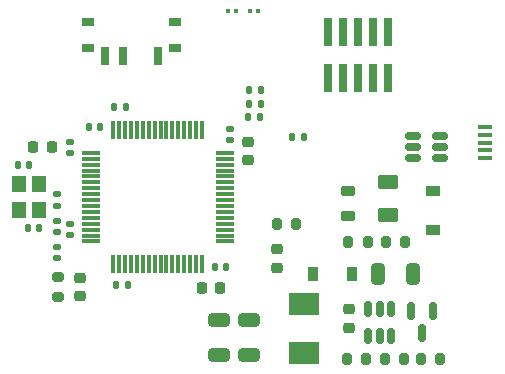
<source format=gbr>
%TF.GenerationSoftware,KiCad,Pcbnew,(6.0.1)*%
%TF.CreationDate,2022-05-18T16:29:04+06:30*%
%TF.ProjectId,STM32_USB_Buck,53544d33-325f-4555-9342-5f4275636b2e,v1.0*%
%TF.SameCoordinates,Original*%
%TF.FileFunction,Paste,Top*%
%TF.FilePolarity,Positive*%
%FSLAX46Y46*%
G04 Gerber Fmt 4.6, Leading zero omitted, Abs format (unit mm)*
G04 Created by KiCad (PCBNEW (6.0.1)) date 2022-05-18 16:29:04*
%MOMM*%
%LPD*%
G01*
G04 APERTURE LIST*
G04 Aperture macros list*
%AMRoundRect*
0 Rectangle with rounded corners*
0 $1 Rounding radius*
0 $2 $3 $4 $5 $6 $7 $8 $9 X,Y pos of 4 corners*
0 Add a 4 corners polygon primitive as box body*
4,1,4,$2,$3,$4,$5,$6,$7,$8,$9,$2,$3,0*
0 Add four circle primitives for the rounded corners*
1,1,$1+$1,$2,$3*
1,1,$1+$1,$4,$5*
1,1,$1+$1,$6,$7*
1,1,$1+$1,$8,$9*
0 Add four rect primitives between the rounded corners*
20,1,$1+$1,$2,$3,$4,$5,0*
20,1,$1+$1,$4,$5,$6,$7,0*
20,1,$1+$1,$6,$7,$8,$9,0*
20,1,$1+$1,$8,$9,$2,$3,0*%
G04 Aperture macros list end*
%ADD10RoundRect,0.200000X-0.200000X-0.275000X0.200000X-0.275000X0.200000X0.275000X-0.200000X0.275000X0*%
%ADD11RoundRect,0.218750X-0.256250X0.218750X-0.256250X-0.218750X0.256250X-0.218750X0.256250X0.218750X0*%
%ADD12R,1.200000X0.900000*%
%ADD13RoundRect,0.225000X0.250000X-0.225000X0.250000X0.225000X-0.250000X0.225000X-0.250000X-0.225000X0*%
%ADD14RoundRect,0.218750X0.256250X-0.218750X0.256250X0.218750X-0.256250X0.218750X-0.256250X-0.218750X0*%
%ADD15RoundRect,0.135000X0.135000X0.185000X-0.135000X0.185000X-0.135000X-0.185000X0.135000X-0.185000X0*%
%ADD16RoundRect,0.140000X0.170000X-0.140000X0.170000X0.140000X-0.170000X0.140000X-0.170000X-0.140000X0*%
%ADD17RoundRect,0.250000X-0.325000X-0.650000X0.325000X-0.650000X0.325000X0.650000X-0.325000X0.650000X0*%
%ADD18RoundRect,0.150000X-0.150000X0.587500X-0.150000X-0.587500X0.150000X-0.587500X0.150000X0.587500X0*%
%ADD19R,1.000000X0.800000*%
%ADD20R,0.700000X1.500000*%
%ADD21RoundRect,0.218750X-0.381250X0.218750X-0.381250X-0.218750X0.381250X-0.218750X0.381250X0.218750X0*%
%ADD22R,0.900000X1.200000*%
%ADD23RoundRect,0.225000X0.225000X0.250000X-0.225000X0.250000X-0.225000X-0.250000X0.225000X-0.250000X0*%
%ADD24RoundRect,0.250000X0.650000X-0.325000X0.650000X0.325000X-0.650000X0.325000X-0.650000X-0.325000X0*%
%ADD25RoundRect,0.140000X0.140000X0.170000X-0.140000X0.170000X-0.140000X-0.170000X0.140000X-0.170000X0*%
%ADD26RoundRect,0.150000X0.150000X-0.512500X0.150000X0.512500X-0.150000X0.512500X-0.150000X-0.512500X0*%
%ADD27R,1.200000X1.400000*%
%ADD28RoundRect,0.200000X0.275000X-0.200000X0.275000X0.200000X-0.275000X0.200000X-0.275000X-0.200000X0*%
%ADD29RoundRect,0.075000X-0.700000X-0.075000X0.700000X-0.075000X0.700000X0.075000X-0.700000X0.075000X0*%
%ADD30RoundRect,0.075000X-0.075000X-0.700000X0.075000X-0.700000X0.075000X0.700000X-0.075000X0.700000X0*%
%ADD31RoundRect,0.135000X-0.185000X0.135000X-0.185000X-0.135000X0.185000X-0.135000X0.185000X0.135000X0*%
%ADD32RoundRect,0.150000X0.512500X0.150000X-0.512500X0.150000X-0.512500X-0.150000X0.512500X-0.150000X0*%
%ADD33R,2.500000X1.900000*%
%ADD34RoundRect,0.250000X-0.650000X0.325000X-0.650000X-0.325000X0.650000X-0.325000X0.650000X0.325000X0*%
%ADD35RoundRect,0.140000X-0.140000X-0.170000X0.140000X-0.170000X0.140000X0.170000X-0.140000X0.170000X0*%
%ADD36RoundRect,0.079500X0.079500X0.100500X-0.079500X0.100500X-0.079500X-0.100500X0.079500X-0.100500X0*%
%ADD37RoundRect,0.147500X0.172500X-0.147500X0.172500X0.147500X-0.172500X0.147500X-0.172500X-0.147500X0*%
%ADD38RoundRect,0.225000X-0.225000X-0.250000X0.225000X-0.250000X0.225000X0.250000X-0.225000X0.250000X0*%
%ADD39RoundRect,0.079500X-0.079500X-0.100500X0.079500X-0.100500X0.079500X0.100500X-0.079500X0.100500X0*%
%ADD40R,0.740000X2.400000*%
%ADD41RoundRect,0.140000X-0.170000X0.140000X-0.170000X-0.140000X0.170000X-0.140000X0.170000X0.140000X0*%
%ADD42R,1.300000X0.450000*%
%ADD43RoundRect,0.250000X0.625000X-0.375000X0.625000X0.375000X-0.625000X0.375000X-0.625000X-0.375000X0*%
G04 APERTURE END LIST*
D10*
%TO.C,R10*%
X158991800Y-117094000D03*
X160641800Y-117094000D03*
%TD*%
D11*
%TO.C,D4*%
X146800000Y-107812500D03*
X146800000Y-109387500D03*
%TD*%
D12*
%TO.C,D2*%
X160045400Y-106145600D03*
X160045400Y-102845600D03*
%TD*%
D13*
%TO.C,C8*%
X144396200Y-100288800D03*
X144396200Y-98738800D03*
%TD*%
D14*
%TO.C,D1*%
X130146800Y-111807500D03*
X130146800Y-110232500D03*
%TD*%
D15*
%TO.C,R14*%
X145435000Y-94325000D03*
X144415000Y-94325000D03*
%TD*%
D16*
%TO.C,C11*%
X128216400Y-106369200D03*
X128216400Y-105409200D03*
%TD*%
D10*
%TO.C,R7*%
X156020000Y-107238800D03*
X157670000Y-107238800D03*
%TD*%
D17*
%TO.C,C13*%
X155395400Y-109905800D03*
X158345400Y-109905800D03*
%TD*%
D18*
%TO.C,Q1*%
X160030200Y-113032300D03*
X158130200Y-113032300D03*
X159080200Y-114907300D03*
%TD*%
D19*
%TO.C,SW1*%
X138150000Y-90780000D03*
X130850000Y-88570000D03*
X138150000Y-88570000D03*
X130850000Y-90780000D03*
D20*
X136750000Y-91430000D03*
X133750000Y-91430000D03*
X132250000Y-91430000D03*
%TD*%
D10*
%TO.C,R9*%
X155943800Y-117119400D03*
X157593800Y-117119400D03*
%TD*%
D21*
%TO.C,FB1*%
X152857200Y-102899700D03*
X152857200Y-105024700D03*
%TD*%
D22*
%TO.C,D3*%
X153161000Y-109905800D03*
X149861000Y-109905800D03*
%TD*%
D13*
%TO.C,C14*%
X152925000Y-114450000D03*
X152925000Y-112900000D03*
%TD*%
D23*
%TO.C,C1*%
X127721400Y-99132800D03*
X126171400Y-99132800D03*
%TD*%
D15*
%TO.C,R15*%
X149110000Y-98300000D03*
X148090000Y-98300000D03*
%TD*%
D24*
%TO.C,C16*%
X141885400Y-116765600D03*
X141885400Y-113815600D03*
%TD*%
D25*
%TO.C,C6*%
X131846000Y-97456400D03*
X130886000Y-97456400D03*
%TD*%
D26*
%TO.C,U2*%
X154548800Y-115183500D03*
X155498800Y-115183500D03*
X156448800Y-115183500D03*
X156448800Y-112908500D03*
X155498800Y-112908500D03*
X154548800Y-112908500D03*
%TD*%
D27*
%TO.C,Y1*%
X124978800Y-102300000D03*
X124978800Y-104500000D03*
X126678800Y-104500000D03*
X126678800Y-102300000D03*
%TD*%
D28*
%TO.C,R5*%
X128267200Y-111845000D03*
X128267200Y-110195000D03*
%TD*%
D10*
%TO.C,R6*%
X152845000Y-107162600D03*
X154495000Y-107162600D03*
%TD*%
D15*
%TO.C,R1*%
X134035000Y-95805400D03*
X133015000Y-95805400D03*
%TD*%
D29*
%TO.C,U1*%
X131025000Y-99650000D03*
X131025000Y-100150000D03*
X131025000Y-100650000D03*
X131025000Y-101150000D03*
X131025000Y-101650000D03*
X131025000Y-102150000D03*
X131025000Y-102650000D03*
X131025000Y-103150000D03*
X131025000Y-103650000D03*
X131025000Y-104150000D03*
X131025000Y-104650000D03*
X131025000Y-105150000D03*
X131025000Y-105650000D03*
X131025000Y-106150000D03*
X131025000Y-106650000D03*
X131025000Y-107150000D03*
D30*
X132950000Y-109075000D03*
X133450000Y-109075000D03*
X133950000Y-109075000D03*
X134450000Y-109075000D03*
X134950000Y-109075000D03*
X135450000Y-109075000D03*
X135950000Y-109075000D03*
X136450000Y-109075000D03*
X136950000Y-109075000D03*
X137450000Y-109075000D03*
X137950000Y-109075000D03*
X138450000Y-109075000D03*
X138950000Y-109075000D03*
X139450000Y-109075000D03*
X139950000Y-109075000D03*
X140450000Y-109075000D03*
D29*
X142375000Y-107150000D03*
X142375000Y-106650000D03*
X142375000Y-106150000D03*
X142375000Y-105650000D03*
X142375000Y-105150000D03*
X142375000Y-104650000D03*
X142375000Y-104150000D03*
X142375000Y-103650000D03*
X142375000Y-103150000D03*
X142375000Y-102650000D03*
X142375000Y-102150000D03*
X142375000Y-101650000D03*
X142375000Y-101150000D03*
X142375000Y-100650000D03*
X142375000Y-100150000D03*
X142375000Y-99650000D03*
D30*
X140450000Y-97725000D03*
X139950000Y-97725000D03*
X139450000Y-97725000D03*
X138950000Y-97725000D03*
X138450000Y-97725000D03*
X137950000Y-97725000D03*
X137450000Y-97725000D03*
X136950000Y-97725000D03*
X136450000Y-97725000D03*
X135950000Y-97725000D03*
X135450000Y-97725000D03*
X134950000Y-97725000D03*
X134450000Y-97725000D03*
X133950000Y-97725000D03*
X133450000Y-97725000D03*
X132950000Y-97725000D03*
%TD*%
D31*
%TO.C,R2*%
X128216400Y-103093200D03*
X128216400Y-104113200D03*
%TD*%
D32*
%TO.C,U3*%
X160637500Y-100100000D03*
X160637500Y-99150000D03*
X160637500Y-98200000D03*
X158362500Y-98200000D03*
X158362500Y-99150000D03*
X158362500Y-100100000D03*
%TD*%
D33*
%TO.C,L2*%
X149072600Y-112478600D03*
X149072600Y-116578600D03*
%TD*%
D25*
%TO.C,C10*%
X126664400Y-106041600D03*
X125704400Y-106041600D03*
%TD*%
D34*
%TO.C,C15*%
X144400000Y-113815600D03*
X144400000Y-116765600D03*
%TD*%
D35*
%TO.C,C4*%
X141554000Y-109343600D03*
X142514000Y-109343600D03*
%TD*%
D16*
%TO.C,C3*%
X129283200Y-99691600D03*
X129283200Y-98731600D03*
%TD*%
D36*
%TO.C,R3*%
X144529800Y-87608400D03*
X145219800Y-87608400D03*
%TD*%
D37*
%TO.C,L1*%
X128216400Y-108558600D03*
X128216400Y-107588600D03*
%TD*%
D25*
%TO.C,C9*%
X125830000Y-100650000D03*
X124870000Y-100650000D03*
%TD*%
D15*
%TO.C,R13*%
X145435000Y-95475000D03*
X144415000Y-95475000D03*
%TD*%
%TO.C,R12*%
X145410000Y-96575000D03*
X144390000Y-96575000D03*
%TD*%
D38*
%TO.C,C7*%
X140475000Y-111121600D03*
X142025000Y-111121600D03*
%TD*%
D39*
%TO.C,R4*%
X142650200Y-87615600D03*
X143340200Y-87615600D03*
%TD*%
D25*
%TO.C,C2*%
X134180000Y-110800000D03*
X133220000Y-110800000D03*
%TD*%
D10*
%TO.C,R8*%
X152718000Y-117144800D03*
X154368000Y-117144800D03*
%TD*%
D40*
%TO.C,J1*%
X151160000Y-93350000D03*
X151160000Y-89450000D03*
X152430000Y-93350000D03*
X152430000Y-89450000D03*
X153700000Y-93350000D03*
X153700000Y-89450000D03*
X154970000Y-93350000D03*
X154970000Y-89450000D03*
X156240000Y-93350000D03*
X156240000Y-89450000D03*
%TD*%
D16*
%TO.C,C5*%
X142821400Y-98596800D03*
X142821400Y-97636800D03*
%TD*%
D41*
%TO.C,C12*%
X129283200Y-105663200D03*
X129283200Y-106623200D03*
%TD*%
D10*
%TO.C,R11*%
X146775000Y-105700000D03*
X148425000Y-105700000D03*
%TD*%
D42*
%TO.C,J4*%
X164450000Y-100100000D03*
X164450000Y-99450000D03*
X164450000Y-98800000D03*
X164450000Y-98150000D03*
X164450000Y-97500000D03*
%TD*%
D43*
%TO.C,F1*%
X156235400Y-104879600D03*
X156235400Y-102079600D03*
%TD*%
M02*

</source>
